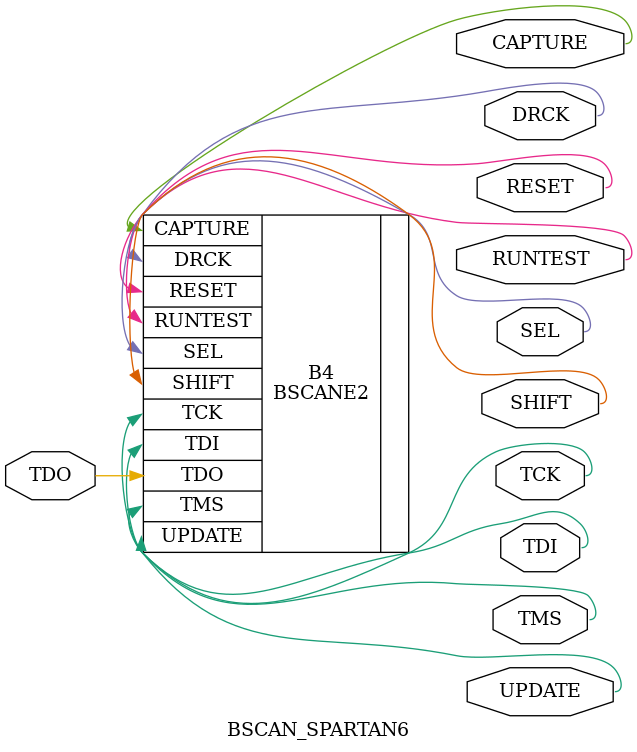
<source format=v>
`timescale 1 ps/1 ps
module BSCAN_SPARTAN6 (CAPTURE, DRCK, RESET, RUNTEST, SEL, SHIFT, TCK, TDI, TMS, UPDATE, TDO);

    output CAPTURE, DRCK, RESET, RUNTEST, SEL, SHIFT, TCK, TDI, TMS, UPDATE;
    
    input TDO;

    reg SEL_zd;

    parameter integer JTAG_CHAIN = 1;

BSCANE2 #(.JTAG_CHAIN(JTAG_CHAIN)) B4 ( .CAPTURE(CAPTURE), .DRCK(DRCK), .RESET(RESET), .RUNTEST(RUNTEST), .SEL(SEL), .SHIFT(SHIFT), .TCK(TCK), .TDI(TDI), .TMS(TMS), .UPDATE(UPDATE), .TDO(TDO));

endmodule


</source>
